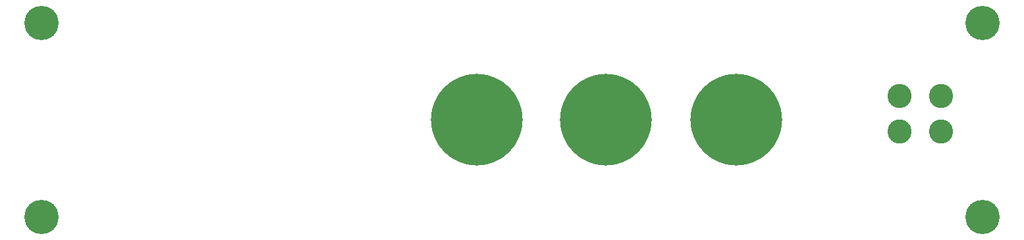
<source format=gbr>
G04 EAGLE Gerber RS-274X export*
G75*
%MOMM*%
%FSLAX34Y34*%
%LPD*%
%INSoldermask Top*%
%IPPOS*%
%AMOC8*
5,1,8,0,0,1.08239X$1,22.5*%
G01*
%ADD10C,11.801600*%
%ADD11C,3.101600*%
%ADD12C,4.417600*%


D10*
X952144Y181800D03*
X618896Y181800D03*
X784504Y181800D03*
D11*
X1215980Y166900D03*
X1215980Y212600D03*
X1162640Y212600D03*
X1162640Y166900D03*
D12*
X59210Y306600D03*
X59210Y56700D03*
X1269210Y56700D03*
X1269210Y306600D03*
M02*

</source>
